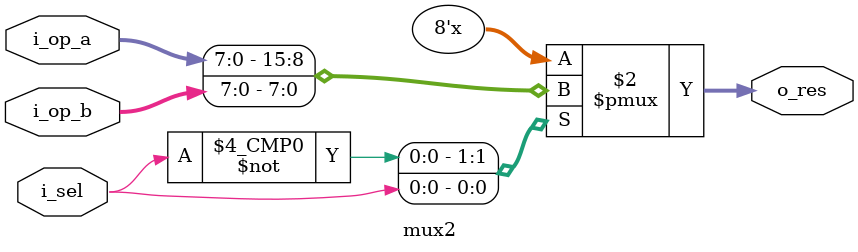
<source format=sv>
module mux2
  #(parameter p_width = 8)
  (
    input  logic [p_width-1:0] i_op_a,
    input  logic [p_width-1:0] i_op_b,
    input                      i_sel,
    output logic [p_width-1:0] o_res
  );

  always_comb begin
    unique case (i_sel)
    1'b0:    o_res = i_op_a;
    1'b1:    o_res = i_op_b;
    default: o_res = {p_width{1'bx}};
    endcase
  end

endmodule

</source>
